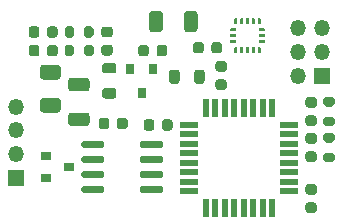
<source format=gbr>
%TF.GenerationSoftware,KiCad,Pcbnew,(5.1.9)-1*%
%TF.CreationDate,2021-03-08T23:04:16+01:00*%
%TF.ProjectId,RT12e_ELE_ACC-00,52543132-655f-4454-9c45-5f4143432d30,rev?*%
%TF.SameCoordinates,Original*%
%TF.FileFunction,Soldermask,Top*%
%TF.FilePolarity,Negative*%
%FSLAX46Y46*%
G04 Gerber Fmt 4.6, Leading zero omitted, Abs format (unit mm)*
G04 Created by KiCad (PCBNEW (5.1.9)-1) date 2021-03-08 23:04:16*
%MOMM*%
%LPD*%
G01*
G04 APERTURE LIST*
%ADD10R,1.600000X0.550000*%
%ADD11R,0.550000X1.600000*%
%ADD12R,0.800000X0.900000*%
%ADD13R,0.900000X0.800000*%
%ADD14R,1.350000X1.350000*%
%ADD15O,1.350000X1.350000*%
G04 APERTURE END LIST*
%TO.C,U3*%
G36*
G01*
X156628700Y-85086800D02*
X156483700Y-85086800D01*
G75*
G02*
X156411200Y-85014300I0J72500D01*
G01*
X156411200Y-84669300D01*
G75*
G02*
X156483700Y-84596800I72500J0D01*
G01*
X156628700Y-84596800D01*
G75*
G02*
X156701200Y-84669300I0J-72500D01*
G01*
X156701200Y-85014300D01*
G75*
G02*
X156628700Y-85086800I-72500J0D01*
G01*
G37*
G36*
G01*
X157128700Y-85086800D02*
X156983700Y-85086800D01*
G75*
G02*
X156911200Y-85014300I0J72500D01*
G01*
X156911200Y-84669300D01*
G75*
G02*
X156983700Y-84596800I72500J0D01*
G01*
X157128700Y-84596800D01*
G75*
G02*
X157201200Y-84669300I0J-72500D01*
G01*
X157201200Y-85014300D01*
G75*
G02*
X157128700Y-85086800I-72500J0D01*
G01*
G37*
G36*
G01*
X157628700Y-85086800D02*
X157483700Y-85086800D01*
G75*
G02*
X157411200Y-85014300I0J72500D01*
G01*
X157411200Y-84669300D01*
G75*
G02*
X157483700Y-84596800I72500J0D01*
G01*
X157628700Y-84596800D01*
G75*
G02*
X157701200Y-84669300I0J-72500D01*
G01*
X157701200Y-85014300D01*
G75*
G02*
X157628700Y-85086800I-72500J0D01*
G01*
G37*
G36*
G01*
X158128700Y-85086800D02*
X157983700Y-85086800D01*
G75*
G02*
X157911200Y-85014300I0J72500D01*
G01*
X157911200Y-84669300D01*
G75*
G02*
X157983700Y-84596800I72500J0D01*
G01*
X158128700Y-84596800D01*
G75*
G02*
X158201200Y-84669300I0J-72500D01*
G01*
X158201200Y-85014300D01*
G75*
G02*
X158128700Y-85086800I-72500J0D01*
G01*
G37*
G36*
G01*
X158628700Y-85086800D02*
X158483700Y-85086800D01*
G75*
G02*
X158411200Y-85014300I0J72500D01*
G01*
X158411200Y-84669300D01*
G75*
G02*
X158483700Y-84596800I72500J0D01*
G01*
X158628700Y-84596800D01*
G75*
G02*
X158701200Y-84669300I0J-72500D01*
G01*
X158701200Y-85014300D01*
G75*
G02*
X158628700Y-85086800I-72500J0D01*
G01*
G37*
G36*
G01*
X158953700Y-84261800D02*
X158608700Y-84261800D01*
G75*
G02*
X158536200Y-84189300I0J72500D01*
G01*
X158536200Y-84044300D01*
G75*
G02*
X158608700Y-83971800I72500J0D01*
G01*
X158953700Y-83971800D01*
G75*
G02*
X159026200Y-84044300I0J-72500D01*
G01*
X159026200Y-84189300D01*
G75*
G02*
X158953700Y-84261800I-72500J0D01*
G01*
G37*
G36*
G01*
X158953700Y-83761800D02*
X158608700Y-83761800D01*
G75*
G02*
X158536200Y-83689300I0J72500D01*
G01*
X158536200Y-83544300D01*
G75*
G02*
X158608700Y-83471800I72500J0D01*
G01*
X158953700Y-83471800D01*
G75*
G02*
X159026200Y-83544300I0J-72500D01*
G01*
X159026200Y-83689300D01*
G75*
G02*
X158953700Y-83761800I-72500J0D01*
G01*
G37*
G36*
G01*
X158953700Y-83261800D02*
X158608700Y-83261800D01*
G75*
G02*
X158536200Y-83189300I0J72500D01*
G01*
X158536200Y-83044300D01*
G75*
G02*
X158608700Y-82971800I72500J0D01*
G01*
X158953700Y-82971800D01*
G75*
G02*
X159026200Y-83044300I0J-72500D01*
G01*
X159026200Y-83189300D01*
G75*
G02*
X158953700Y-83261800I-72500J0D01*
G01*
G37*
G36*
G01*
X158628700Y-82636800D02*
X158483700Y-82636800D01*
G75*
G02*
X158411200Y-82564300I0J72500D01*
G01*
X158411200Y-82219300D01*
G75*
G02*
X158483700Y-82146800I72500J0D01*
G01*
X158628700Y-82146800D01*
G75*
G02*
X158701200Y-82219300I0J-72500D01*
G01*
X158701200Y-82564300D01*
G75*
G02*
X158628700Y-82636800I-72500J0D01*
G01*
G37*
G36*
G01*
X158128700Y-82636800D02*
X157983700Y-82636800D01*
G75*
G02*
X157911200Y-82564300I0J72500D01*
G01*
X157911200Y-82219300D01*
G75*
G02*
X157983700Y-82146800I72500J0D01*
G01*
X158128700Y-82146800D01*
G75*
G02*
X158201200Y-82219300I0J-72500D01*
G01*
X158201200Y-82564300D01*
G75*
G02*
X158128700Y-82636800I-72500J0D01*
G01*
G37*
G36*
G01*
X157628700Y-82636800D02*
X157483700Y-82636800D01*
G75*
G02*
X157411200Y-82564300I0J72500D01*
G01*
X157411200Y-82219300D01*
G75*
G02*
X157483700Y-82146800I72500J0D01*
G01*
X157628700Y-82146800D01*
G75*
G02*
X157701200Y-82219300I0J-72500D01*
G01*
X157701200Y-82564300D01*
G75*
G02*
X157628700Y-82636800I-72500J0D01*
G01*
G37*
G36*
G01*
X157128700Y-82636800D02*
X156983700Y-82636800D01*
G75*
G02*
X156911200Y-82564300I0J72500D01*
G01*
X156911200Y-82219300D01*
G75*
G02*
X156983700Y-82146800I72500J0D01*
G01*
X157128700Y-82146800D01*
G75*
G02*
X157201200Y-82219300I0J-72500D01*
G01*
X157201200Y-82564300D01*
G75*
G02*
X157128700Y-82636800I-72500J0D01*
G01*
G37*
G36*
G01*
X156628700Y-82636800D02*
X156483700Y-82636800D01*
G75*
G02*
X156411200Y-82564300I0J72500D01*
G01*
X156411200Y-82219300D01*
G75*
G02*
X156483700Y-82146800I72500J0D01*
G01*
X156628700Y-82146800D01*
G75*
G02*
X156701200Y-82219300I0J-72500D01*
G01*
X156701200Y-82564300D01*
G75*
G02*
X156628700Y-82636800I-72500J0D01*
G01*
G37*
G36*
G01*
X156503700Y-83261800D02*
X156158700Y-83261800D01*
G75*
G02*
X156086200Y-83189300I0J72500D01*
G01*
X156086200Y-83044300D01*
G75*
G02*
X156158700Y-82971800I72500J0D01*
G01*
X156503700Y-82971800D01*
G75*
G02*
X156576200Y-83044300I0J-72500D01*
G01*
X156576200Y-83189300D01*
G75*
G02*
X156503700Y-83261800I-72500J0D01*
G01*
G37*
G36*
G01*
X156503700Y-83761800D02*
X156158700Y-83761800D01*
G75*
G02*
X156086200Y-83689300I0J72500D01*
G01*
X156086200Y-83544300D01*
G75*
G02*
X156158700Y-83471800I72500J0D01*
G01*
X156503700Y-83471800D01*
G75*
G02*
X156576200Y-83544300I0J-72500D01*
G01*
X156576200Y-83689300D01*
G75*
G02*
X156503700Y-83761800I-72500J0D01*
G01*
G37*
G36*
G01*
X156503700Y-84261800D02*
X156158700Y-84261800D01*
G75*
G02*
X156086200Y-84189300I0J72500D01*
G01*
X156086200Y-84044300D01*
G75*
G02*
X156158700Y-83971800I72500J0D01*
G01*
X156503700Y-83971800D01*
G75*
G02*
X156576200Y-84044300I0J-72500D01*
G01*
X156576200Y-84189300D01*
G75*
G02*
X156503700Y-84261800I-72500J0D01*
G01*
G37*
%TD*%
%TO.C,C2*%
G36*
G01*
X145919000Y-83749000D02*
X145419000Y-83749000D01*
G75*
G02*
X145194000Y-83524000I0J225000D01*
G01*
X145194000Y-83074000D01*
G75*
G02*
X145419000Y-82849000I225000J0D01*
G01*
X145919000Y-82849000D01*
G75*
G02*
X146144000Y-83074000I0J-225000D01*
G01*
X146144000Y-83524000D01*
G75*
G02*
X145919000Y-83749000I-225000J0D01*
G01*
G37*
G36*
G01*
X145919000Y-85299000D02*
X145419000Y-85299000D01*
G75*
G02*
X145194000Y-85074000I0J225000D01*
G01*
X145194000Y-84624000D01*
G75*
G02*
X145419000Y-84399000I225000J0D01*
G01*
X145919000Y-84399000D01*
G75*
G02*
X146144000Y-84624000I0J-225000D01*
G01*
X146144000Y-85074000D01*
G75*
G02*
X145919000Y-85299000I-225000J0D01*
G01*
G37*
%TD*%
%TO.C,C8*%
G36*
G01*
X162691000Y-88818000D02*
X163191000Y-88818000D01*
G75*
G02*
X163416000Y-89043000I0J-225000D01*
G01*
X163416000Y-89493000D01*
G75*
G02*
X163191000Y-89718000I-225000J0D01*
G01*
X162691000Y-89718000D01*
G75*
G02*
X162466000Y-89493000I0J225000D01*
G01*
X162466000Y-89043000D01*
G75*
G02*
X162691000Y-88818000I225000J0D01*
G01*
G37*
G36*
G01*
X162691000Y-90368000D02*
X163191000Y-90368000D01*
G75*
G02*
X163416000Y-90593000I0J-225000D01*
G01*
X163416000Y-91043000D01*
G75*
G02*
X163191000Y-91268000I-225000J0D01*
G01*
X162691000Y-91268000D01*
G75*
G02*
X162466000Y-91043000I0J225000D01*
G01*
X162466000Y-90593000D01*
G75*
G02*
X162691000Y-90368000I225000J0D01*
G01*
G37*
%TD*%
%TO.C,C5*%
G36*
G01*
X162691000Y-97734000D02*
X163191000Y-97734000D01*
G75*
G02*
X163416000Y-97959000I0J-225000D01*
G01*
X163416000Y-98409000D01*
G75*
G02*
X163191000Y-98634000I-225000J0D01*
G01*
X162691000Y-98634000D01*
G75*
G02*
X162466000Y-98409000I0J225000D01*
G01*
X162466000Y-97959000D01*
G75*
G02*
X162691000Y-97734000I225000J0D01*
G01*
G37*
G36*
G01*
X162691000Y-96184000D02*
X163191000Y-96184000D01*
G75*
G02*
X163416000Y-96409000I0J-225000D01*
G01*
X163416000Y-96859000D01*
G75*
G02*
X163191000Y-97084000I-225000J0D01*
G01*
X162691000Y-97084000D01*
G75*
G02*
X162466000Y-96859000I0J225000D01*
G01*
X162466000Y-96409000D01*
G75*
G02*
X162691000Y-96184000I225000J0D01*
G01*
G37*
%TD*%
D10*
%TO.C,U2*%
X161095000Y-96780000D03*
X161095000Y-95980000D03*
X161095000Y-95180000D03*
X161095000Y-94380000D03*
X161095000Y-93580000D03*
X161095000Y-92780000D03*
X161095000Y-91980000D03*
X161095000Y-91180000D03*
D11*
X159645000Y-89730000D03*
X158845000Y-89730000D03*
X158045000Y-89730000D03*
X157245000Y-89730000D03*
X156445000Y-89730000D03*
X155645000Y-89730000D03*
X154845000Y-89730000D03*
X154045000Y-89730000D03*
D10*
X152595000Y-91180000D03*
X152595000Y-91980000D03*
X152595000Y-92780000D03*
X152595000Y-93580000D03*
X152595000Y-94380000D03*
X152595000Y-95180000D03*
X152595000Y-95980000D03*
X152595000Y-96780000D03*
D11*
X154045000Y-98230000D03*
X154845000Y-98230000D03*
X155645000Y-98230000D03*
X156445000Y-98230000D03*
X157245000Y-98230000D03*
X158045000Y-98230000D03*
X158845000Y-98230000D03*
X159645000Y-98230000D03*
%TD*%
D12*
%TO.C,U1*%
X149540000Y-86439500D03*
X147640000Y-86439500D03*
X148590000Y-88439500D03*
%TD*%
%TO.C,C1*%
G36*
G01*
X142631399Y-87180200D02*
X143931401Y-87180200D01*
G75*
G02*
X144181400Y-87430199I0J-249999D01*
G01*
X144181400Y-88080201D01*
G75*
G02*
X143931401Y-88330200I-249999J0D01*
G01*
X142631399Y-88330200D01*
G75*
G02*
X142381400Y-88080201I0J249999D01*
G01*
X142381400Y-87430199D01*
G75*
G02*
X142631399Y-87180200I249999J0D01*
G01*
G37*
G36*
G01*
X142631399Y-90130200D02*
X143931401Y-90130200D01*
G75*
G02*
X144181400Y-90380199I0J-249999D01*
G01*
X144181400Y-91030201D01*
G75*
G02*
X143931401Y-91280200I-249999J0D01*
G01*
X142631399Y-91280200D01*
G75*
G02*
X142381400Y-91030201I0J249999D01*
G01*
X142381400Y-90380199D01*
G75*
G02*
X142631399Y-90130200I249999J0D01*
G01*
G37*
%TD*%
%TO.C,C3*%
G36*
G01*
X149854800Y-85136800D02*
X149854800Y-84636800D01*
G75*
G02*
X150079800Y-84411800I225000J0D01*
G01*
X150529800Y-84411800D01*
G75*
G02*
X150754800Y-84636800I0J-225000D01*
G01*
X150754800Y-85136800D01*
G75*
G02*
X150529800Y-85361800I-225000J0D01*
G01*
X150079800Y-85361800D01*
G75*
G02*
X149854800Y-85136800I0J225000D01*
G01*
G37*
G36*
G01*
X148304800Y-85136800D02*
X148304800Y-84636800D01*
G75*
G02*
X148529800Y-84411800I225000J0D01*
G01*
X148979800Y-84411800D01*
G75*
G02*
X149204800Y-84636800I0J-225000D01*
G01*
X149204800Y-85136800D01*
G75*
G02*
X148979800Y-85361800I-225000J0D01*
G01*
X148529800Y-85361800D01*
G75*
G02*
X148304800Y-85136800I0J225000D01*
G01*
G37*
%TD*%
%TO.C,C6*%
G36*
G01*
X163191000Y-92766000D02*
X162691000Y-92766000D01*
G75*
G02*
X162466000Y-92541000I0J225000D01*
G01*
X162466000Y-92091000D01*
G75*
G02*
X162691000Y-91866000I225000J0D01*
G01*
X163191000Y-91866000D01*
G75*
G02*
X163416000Y-92091000I0J-225000D01*
G01*
X163416000Y-92541000D01*
G75*
G02*
X163191000Y-92766000I-225000J0D01*
G01*
G37*
G36*
G01*
X163191000Y-94316000D02*
X162691000Y-94316000D01*
G75*
G02*
X162466000Y-94091000I0J225000D01*
G01*
X162466000Y-93641000D01*
G75*
G02*
X162691000Y-93416000I225000J0D01*
G01*
X163191000Y-93416000D01*
G75*
G02*
X163416000Y-93641000I0J-225000D01*
G01*
X163416000Y-94091000D01*
G75*
G02*
X163191000Y-94316000I-225000J0D01*
G01*
G37*
%TD*%
%TO.C,C7*%
G36*
G01*
X151212000Y-90936000D02*
X151212000Y-91436000D01*
G75*
G02*
X150987000Y-91661000I-225000J0D01*
G01*
X150537000Y-91661000D01*
G75*
G02*
X150312000Y-91436000I0J225000D01*
G01*
X150312000Y-90936000D01*
G75*
G02*
X150537000Y-90711000I225000J0D01*
G01*
X150987000Y-90711000D01*
G75*
G02*
X151212000Y-90936000I0J-225000D01*
G01*
G37*
G36*
G01*
X149662000Y-90936000D02*
X149662000Y-91436000D01*
G75*
G02*
X149437000Y-91661000I-225000J0D01*
G01*
X148987000Y-91661000D01*
G75*
G02*
X148762000Y-91436000I0J225000D01*
G01*
X148762000Y-90936000D01*
G75*
G02*
X148987000Y-90711000I225000J0D01*
G01*
X149437000Y-90711000D01*
G75*
G02*
X149662000Y-90936000I0J-225000D01*
G01*
G37*
%TD*%
%TO.C,C9*%
G36*
G01*
X155071000Y-87320000D02*
X155571000Y-87320000D01*
G75*
G02*
X155796000Y-87545000I0J-225000D01*
G01*
X155796000Y-87995000D01*
G75*
G02*
X155571000Y-88220000I-225000J0D01*
G01*
X155071000Y-88220000D01*
G75*
G02*
X154846000Y-87995000I0J225000D01*
G01*
X154846000Y-87545000D01*
G75*
G02*
X155071000Y-87320000I225000J0D01*
G01*
G37*
G36*
G01*
X155071000Y-85770000D02*
X155571000Y-85770000D01*
G75*
G02*
X155796000Y-85995000I0J-225000D01*
G01*
X155796000Y-86445000D01*
G75*
G02*
X155571000Y-86670000I-225000J0D01*
G01*
X155071000Y-86670000D01*
G75*
G02*
X154846000Y-86445000I0J225000D01*
G01*
X154846000Y-85995000D01*
G75*
G02*
X155071000Y-85770000I225000J0D01*
G01*
G37*
%TD*%
%TO.C,C10*%
G36*
G01*
X153332400Y-81772999D02*
X153332400Y-83073001D01*
G75*
G02*
X153082401Y-83323000I-249999J0D01*
G01*
X152432399Y-83323000D01*
G75*
G02*
X152182400Y-83073001I0J249999D01*
G01*
X152182400Y-81772999D01*
G75*
G02*
X152432399Y-81523000I249999J0D01*
G01*
X153082401Y-81523000D01*
G75*
G02*
X153332400Y-81772999I0J-249999D01*
G01*
G37*
G36*
G01*
X150382400Y-81772999D02*
X150382400Y-83073001D01*
G75*
G02*
X150132401Y-83323000I-249999J0D01*
G01*
X149482399Y-83323000D01*
G75*
G02*
X149232400Y-83073001I0J249999D01*
G01*
X149232400Y-81772999D01*
G75*
G02*
X149482399Y-81523000I249999J0D01*
G01*
X150132401Y-81523000D01*
G75*
G02*
X150382400Y-81772999I0J-249999D01*
G01*
G37*
%TD*%
%TO.C,C11*%
G36*
G01*
X155403000Y-84395500D02*
X155403000Y-84895500D01*
G75*
G02*
X155178000Y-85120500I-225000J0D01*
G01*
X154728000Y-85120500D01*
G75*
G02*
X154503000Y-84895500I0J225000D01*
G01*
X154503000Y-84395500D01*
G75*
G02*
X154728000Y-84170500I225000J0D01*
G01*
X155178000Y-84170500D01*
G75*
G02*
X155403000Y-84395500I0J-225000D01*
G01*
G37*
G36*
G01*
X153853000Y-84395500D02*
X153853000Y-84895500D01*
G75*
G02*
X153628000Y-85120500I-225000J0D01*
G01*
X153178000Y-85120500D01*
G75*
G02*
X152953000Y-84895500I0J225000D01*
G01*
X152953000Y-84395500D01*
G75*
G02*
X153178000Y-84170500I225000J0D01*
G01*
X153628000Y-84170500D01*
G75*
G02*
X153853000Y-84395500I0J-225000D01*
G01*
G37*
%TD*%
%TO.C,C13*%
G36*
G01*
X147402000Y-90809000D02*
X147402000Y-91309000D01*
G75*
G02*
X147177000Y-91534000I-225000J0D01*
G01*
X146727000Y-91534000D01*
G75*
G02*
X146502000Y-91309000I0J225000D01*
G01*
X146502000Y-90809000D01*
G75*
G02*
X146727000Y-90584000I225000J0D01*
G01*
X147177000Y-90584000D01*
G75*
G02*
X147402000Y-90809000I0J-225000D01*
G01*
G37*
G36*
G01*
X145852000Y-90809000D02*
X145852000Y-91309000D01*
G75*
G02*
X145627000Y-91534000I-225000J0D01*
G01*
X145177000Y-91534000D01*
G75*
G02*
X144952000Y-91309000I0J225000D01*
G01*
X144952000Y-90809000D01*
G75*
G02*
X145177000Y-90584000I225000J0D01*
G01*
X145627000Y-90584000D01*
G75*
G02*
X145852000Y-90809000I0J-225000D01*
G01*
G37*
%TD*%
%TO.C,D1*%
G36*
G01*
X140243400Y-86087600D02*
X141493400Y-86087600D01*
G75*
G02*
X141743400Y-86337600I0J-250000D01*
G01*
X141743400Y-87087600D01*
G75*
G02*
X141493400Y-87337600I-250000J0D01*
G01*
X140243400Y-87337600D01*
G75*
G02*
X139993400Y-87087600I0J250000D01*
G01*
X139993400Y-86337600D01*
G75*
G02*
X140243400Y-86087600I250000J0D01*
G01*
G37*
G36*
G01*
X140243400Y-88887600D02*
X141493400Y-88887600D01*
G75*
G02*
X141743400Y-89137600I0J-250000D01*
G01*
X141743400Y-89887600D01*
G75*
G02*
X141493400Y-90137600I-250000J0D01*
G01*
X140243400Y-90137600D01*
G75*
G02*
X139993400Y-89887600I0J250000D01*
G01*
X139993400Y-89137600D01*
G75*
G02*
X140243400Y-88887600I250000J0D01*
G01*
G37*
%TD*%
%TO.C,D2*%
G36*
G01*
X140583800Y-85136800D02*
X140583800Y-84636800D01*
G75*
G02*
X140808800Y-84411800I225000J0D01*
G01*
X141258800Y-84411800D01*
G75*
G02*
X141483800Y-84636800I0J-225000D01*
G01*
X141483800Y-85136800D01*
G75*
G02*
X141258800Y-85361800I-225000J0D01*
G01*
X140808800Y-85361800D01*
G75*
G02*
X140583800Y-85136800I0J225000D01*
G01*
G37*
G36*
G01*
X139033800Y-85136800D02*
X139033800Y-84636800D01*
G75*
G02*
X139258800Y-84411800I225000J0D01*
G01*
X139708800Y-84411800D01*
G75*
G02*
X139933800Y-84636800I0J-225000D01*
G01*
X139933800Y-85136800D01*
G75*
G02*
X139708800Y-85361800I-225000J0D01*
G01*
X139258800Y-85361800D01*
G75*
G02*
X139033800Y-85136800I0J225000D01*
G01*
G37*
%TD*%
%TO.C,D3*%
G36*
G01*
X140583800Y-83562000D02*
X140583800Y-83062000D01*
G75*
G02*
X140808800Y-82837000I225000J0D01*
G01*
X141258800Y-82837000D01*
G75*
G02*
X141483800Y-83062000I0J-225000D01*
G01*
X141483800Y-83562000D01*
G75*
G02*
X141258800Y-83787000I-225000J0D01*
G01*
X140808800Y-83787000D01*
G75*
G02*
X140583800Y-83562000I0J225000D01*
G01*
G37*
G36*
G01*
X139033800Y-83562000D02*
X139033800Y-83062000D01*
G75*
G02*
X139258800Y-82837000I225000J0D01*
G01*
X139708800Y-82837000D01*
G75*
G02*
X139933800Y-83062000I0J-225000D01*
G01*
X139933800Y-83562000D01*
G75*
G02*
X139708800Y-83787000I-225000J0D01*
G01*
X139258800Y-83787000D01*
G75*
G02*
X139033800Y-83562000I0J225000D01*
G01*
G37*
%TD*%
D13*
%TO.C,D4*%
X142478000Y-94742000D03*
X140478000Y-95692000D03*
X140478000Y-93792000D03*
%TD*%
D14*
%TO.C,J1*%
X137985500Y-95631000D03*
D15*
X137985500Y-93631000D03*
X137985500Y-91631000D03*
X137985500Y-89631000D03*
%TD*%
D14*
%TO.C,J2*%
X163830000Y-86995000D03*
D15*
X161830000Y-86995000D03*
X163830000Y-84995000D03*
X161830000Y-84995000D03*
X163830000Y-82995000D03*
X161830000Y-82995000D03*
%TD*%
%TO.C,L1*%
G36*
G01*
X146236251Y-88939500D02*
X145473751Y-88939500D01*
G75*
G02*
X145255001Y-88720750I0J218750D01*
G01*
X145255001Y-88283250D01*
G75*
G02*
X145473751Y-88064500I218750J0D01*
G01*
X146236251Y-88064500D01*
G75*
G02*
X146455001Y-88283250I0J-218750D01*
G01*
X146455001Y-88720750D01*
G75*
G02*
X146236251Y-88939500I-218750J0D01*
G01*
G37*
G36*
G01*
X146236251Y-86814500D02*
X145473751Y-86814500D01*
G75*
G02*
X145255001Y-86595750I0J218750D01*
G01*
X145255001Y-86158250D01*
G75*
G02*
X145473751Y-85939500I218750J0D01*
G01*
X146236251Y-85939500D01*
G75*
G02*
X146455001Y-86158250I0J-218750D01*
G01*
X146455001Y-86595750D01*
G75*
G02*
X146236251Y-86814500I-218750J0D01*
G01*
G37*
%TD*%
%TO.C,L2*%
G36*
G01*
X153050400Y-87477850D02*
X153050400Y-86715350D01*
G75*
G02*
X153269150Y-86496600I218750J0D01*
G01*
X153706650Y-86496600D01*
G75*
G02*
X153925400Y-86715350I0J-218750D01*
G01*
X153925400Y-87477850D01*
G75*
G02*
X153706650Y-87696600I-218750J0D01*
G01*
X153269150Y-87696600D01*
G75*
G02*
X153050400Y-87477850I0J218750D01*
G01*
G37*
G36*
G01*
X150925400Y-87477850D02*
X150925400Y-86715350D01*
G75*
G02*
X151144150Y-86496600I218750J0D01*
G01*
X151581650Y-86496600D01*
G75*
G02*
X151800400Y-86715350I0J-218750D01*
G01*
X151800400Y-87477850D01*
G75*
G02*
X151581650Y-87696600I-218750J0D01*
G01*
X151144150Y-87696600D01*
G75*
G02*
X150925400Y-87477850I0J218750D01*
G01*
G37*
%TD*%
%TO.C,U4*%
G36*
G01*
X150389000Y-96497000D02*
X150389000Y-96797000D01*
G75*
G02*
X150239000Y-96947000I-150000J0D01*
G01*
X148589000Y-96947000D01*
G75*
G02*
X148439000Y-96797000I0J150000D01*
G01*
X148439000Y-96497000D01*
G75*
G02*
X148589000Y-96347000I150000J0D01*
G01*
X150239000Y-96347000D01*
G75*
G02*
X150389000Y-96497000I0J-150000D01*
G01*
G37*
G36*
G01*
X150389000Y-95227000D02*
X150389000Y-95527000D01*
G75*
G02*
X150239000Y-95677000I-150000J0D01*
G01*
X148589000Y-95677000D01*
G75*
G02*
X148439000Y-95527000I0J150000D01*
G01*
X148439000Y-95227000D01*
G75*
G02*
X148589000Y-95077000I150000J0D01*
G01*
X150239000Y-95077000D01*
G75*
G02*
X150389000Y-95227000I0J-150000D01*
G01*
G37*
G36*
G01*
X150389000Y-93957000D02*
X150389000Y-94257000D01*
G75*
G02*
X150239000Y-94407000I-150000J0D01*
G01*
X148589000Y-94407000D01*
G75*
G02*
X148439000Y-94257000I0J150000D01*
G01*
X148439000Y-93957000D01*
G75*
G02*
X148589000Y-93807000I150000J0D01*
G01*
X150239000Y-93807000D01*
G75*
G02*
X150389000Y-93957000I0J-150000D01*
G01*
G37*
G36*
G01*
X150389000Y-92687000D02*
X150389000Y-92987000D01*
G75*
G02*
X150239000Y-93137000I-150000J0D01*
G01*
X148589000Y-93137000D01*
G75*
G02*
X148439000Y-92987000I0J150000D01*
G01*
X148439000Y-92687000D01*
G75*
G02*
X148589000Y-92537000I150000J0D01*
G01*
X150239000Y-92537000D01*
G75*
G02*
X150389000Y-92687000I0J-150000D01*
G01*
G37*
G36*
G01*
X145439000Y-92687000D02*
X145439000Y-92987000D01*
G75*
G02*
X145289000Y-93137000I-150000J0D01*
G01*
X143639000Y-93137000D01*
G75*
G02*
X143489000Y-92987000I0J150000D01*
G01*
X143489000Y-92687000D01*
G75*
G02*
X143639000Y-92537000I150000J0D01*
G01*
X145289000Y-92537000D01*
G75*
G02*
X145439000Y-92687000I0J-150000D01*
G01*
G37*
G36*
G01*
X145439000Y-93957000D02*
X145439000Y-94257000D01*
G75*
G02*
X145289000Y-94407000I-150000J0D01*
G01*
X143639000Y-94407000D01*
G75*
G02*
X143489000Y-94257000I0J150000D01*
G01*
X143489000Y-93957000D01*
G75*
G02*
X143639000Y-93807000I150000J0D01*
G01*
X145289000Y-93807000D01*
G75*
G02*
X145439000Y-93957000I0J-150000D01*
G01*
G37*
G36*
G01*
X145439000Y-95227000D02*
X145439000Y-95527000D01*
G75*
G02*
X145289000Y-95677000I-150000J0D01*
G01*
X143639000Y-95677000D01*
G75*
G02*
X143489000Y-95527000I0J150000D01*
G01*
X143489000Y-95227000D01*
G75*
G02*
X143639000Y-95077000I150000J0D01*
G01*
X145289000Y-95077000D01*
G75*
G02*
X145439000Y-95227000I0J-150000D01*
G01*
G37*
G36*
G01*
X145439000Y-96497000D02*
X145439000Y-96797000D01*
G75*
G02*
X145289000Y-96947000I-150000J0D01*
G01*
X143639000Y-96947000D01*
G75*
G02*
X143489000Y-96797000I0J150000D01*
G01*
X143489000Y-96497000D01*
G75*
G02*
X143639000Y-96347000I150000J0D01*
G01*
X145289000Y-96347000D01*
G75*
G02*
X145439000Y-96497000I0J-150000D01*
G01*
G37*
%TD*%
%TO.C,R1*%
G36*
G01*
X142868800Y-84611800D02*
X142868800Y-85161800D01*
G75*
G02*
X142668800Y-85361800I-200000J0D01*
G01*
X142268800Y-85361800D01*
G75*
G02*
X142068800Y-85161800I0J200000D01*
G01*
X142068800Y-84611800D01*
G75*
G02*
X142268800Y-84411800I200000J0D01*
G01*
X142668800Y-84411800D01*
G75*
G02*
X142868800Y-84611800I0J-200000D01*
G01*
G37*
G36*
G01*
X144518800Y-84611800D02*
X144518800Y-85161800D01*
G75*
G02*
X144318800Y-85361800I-200000J0D01*
G01*
X143918800Y-85361800D01*
G75*
G02*
X143718800Y-85161800I0J200000D01*
G01*
X143718800Y-84611800D01*
G75*
G02*
X143918800Y-84411800I200000J0D01*
G01*
X144318800Y-84411800D01*
G75*
G02*
X144518800Y-84611800I0J-200000D01*
G01*
G37*
%TD*%
%TO.C,R2*%
G36*
G01*
X144518800Y-83037000D02*
X144518800Y-83587000D01*
G75*
G02*
X144318800Y-83787000I-200000J0D01*
G01*
X143918800Y-83787000D01*
G75*
G02*
X143718800Y-83587000I0J200000D01*
G01*
X143718800Y-83037000D01*
G75*
G02*
X143918800Y-82837000I200000J0D01*
G01*
X144318800Y-82837000D01*
G75*
G02*
X144518800Y-83037000I0J-200000D01*
G01*
G37*
G36*
G01*
X142868800Y-83037000D02*
X142868800Y-83587000D01*
G75*
G02*
X142668800Y-83787000I-200000J0D01*
G01*
X142268800Y-83787000D01*
G75*
G02*
X142068800Y-83587000I0J200000D01*
G01*
X142068800Y-83037000D01*
G75*
G02*
X142268800Y-82837000I200000J0D01*
G01*
X142668800Y-82837000D01*
G75*
G02*
X142868800Y-83037000I0J-200000D01*
G01*
G37*
%TD*%
%TO.C,R3*%
G36*
G01*
X164740000Y-91268000D02*
X164190000Y-91268000D01*
G75*
G02*
X163990000Y-91068000I0J200000D01*
G01*
X163990000Y-90668000D01*
G75*
G02*
X164190000Y-90468000I200000J0D01*
G01*
X164740000Y-90468000D01*
G75*
G02*
X164940000Y-90668000I0J-200000D01*
G01*
X164940000Y-91068000D01*
G75*
G02*
X164740000Y-91268000I-200000J0D01*
G01*
G37*
G36*
G01*
X164740000Y-89618000D02*
X164190000Y-89618000D01*
G75*
G02*
X163990000Y-89418000I0J200000D01*
G01*
X163990000Y-89018000D01*
G75*
G02*
X164190000Y-88818000I200000J0D01*
G01*
X164740000Y-88818000D01*
G75*
G02*
X164940000Y-89018000I0J-200000D01*
G01*
X164940000Y-89418000D01*
G75*
G02*
X164740000Y-89618000I-200000J0D01*
G01*
G37*
%TD*%
%TO.C,R4*%
G36*
G01*
X164740000Y-92666000D02*
X164190000Y-92666000D01*
G75*
G02*
X163990000Y-92466000I0J200000D01*
G01*
X163990000Y-92066000D01*
G75*
G02*
X164190000Y-91866000I200000J0D01*
G01*
X164740000Y-91866000D01*
G75*
G02*
X164940000Y-92066000I0J-200000D01*
G01*
X164940000Y-92466000D01*
G75*
G02*
X164740000Y-92666000I-200000J0D01*
G01*
G37*
G36*
G01*
X164740000Y-94316000D02*
X164190000Y-94316000D01*
G75*
G02*
X163990000Y-94116000I0J200000D01*
G01*
X163990000Y-93716000D01*
G75*
G02*
X164190000Y-93516000I200000J0D01*
G01*
X164740000Y-93516000D01*
G75*
G02*
X164940000Y-93716000I0J-200000D01*
G01*
X164940000Y-94116000D01*
G75*
G02*
X164740000Y-94316000I-200000J0D01*
G01*
G37*
%TD*%
M02*

</source>
